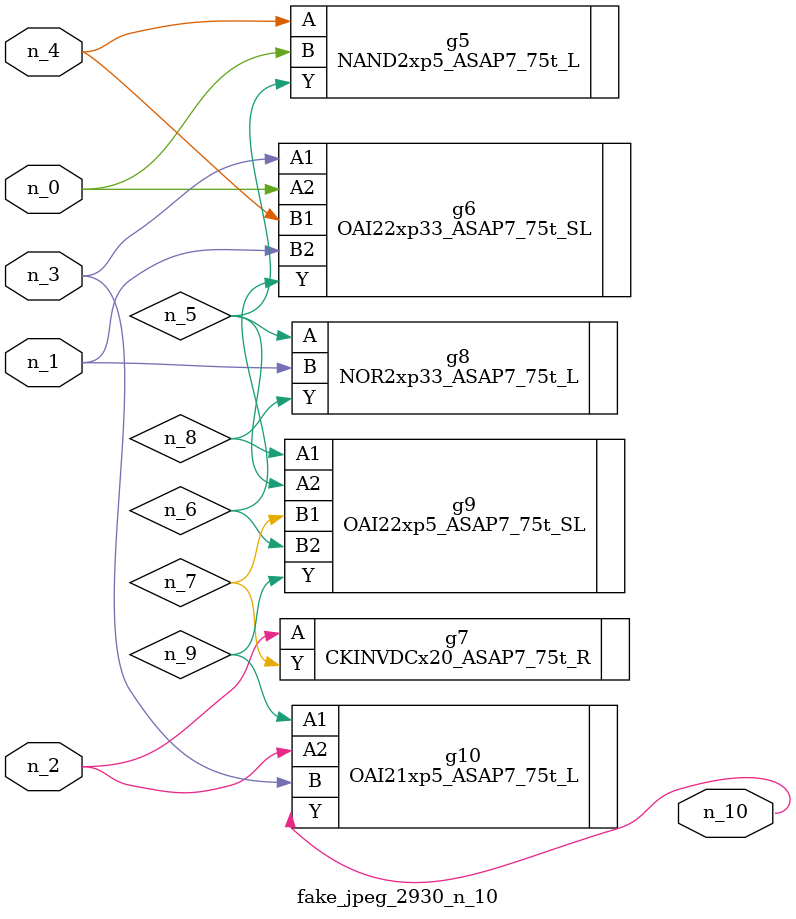
<source format=v>
module fake_jpeg_2930_n_10 (n_3, n_2, n_1, n_0, n_4, n_10);

input n_3;
input n_2;
input n_1;
input n_0;
input n_4;

output n_10;

wire n_8;
wire n_9;
wire n_6;
wire n_5;
wire n_7;

NAND2xp5_ASAP7_75t_L g5 ( 
.A(n_4),
.B(n_0),
.Y(n_5)
);

OAI22xp33_ASAP7_75t_SL g6 ( 
.A1(n_3),
.A2(n_0),
.B1(n_4),
.B2(n_1),
.Y(n_6)
);

CKINVDCx20_ASAP7_75t_R g7 ( 
.A(n_2),
.Y(n_7)
);

NOR2xp33_ASAP7_75t_L g8 ( 
.A(n_5),
.B(n_1),
.Y(n_8)
);

OAI22xp5_ASAP7_75t_SL g9 ( 
.A1(n_8),
.A2(n_5),
.B1(n_7),
.B2(n_6),
.Y(n_9)
);

OAI21xp5_ASAP7_75t_L g10 ( 
.A1(n_9),
.A2(n_2),
.B(n_3),
.Y(n_10)
);


endmodule
</source>
